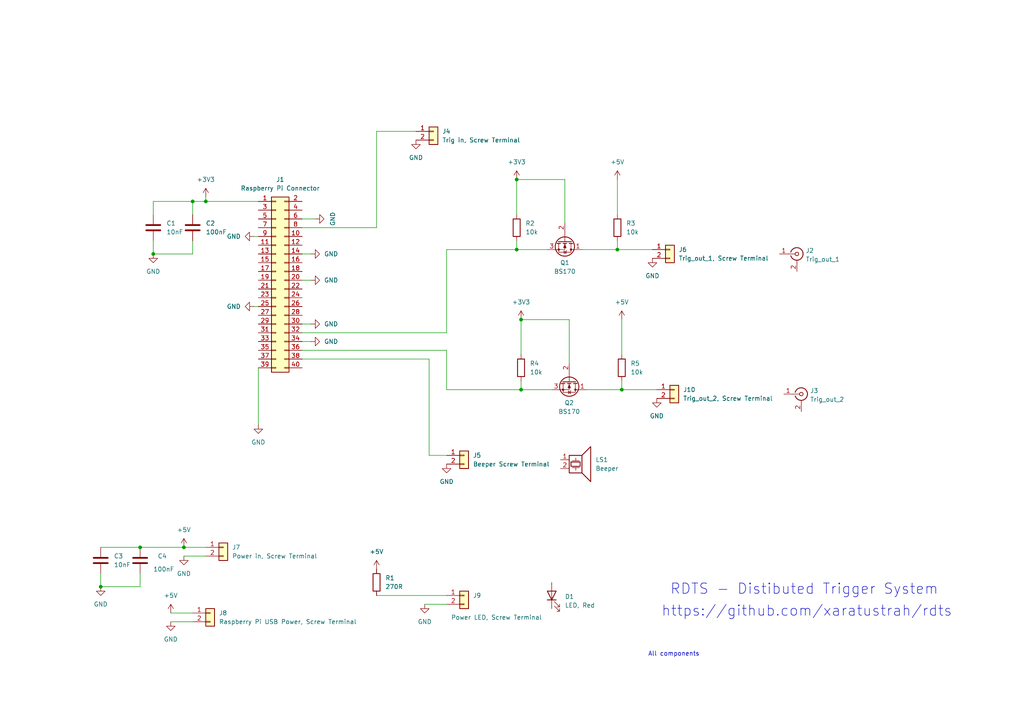
<source format=kicad_sch>
(kicad_sch (version 20230121) (generator eeschema)
  (paper "A4")
  (lib_symbols
    (symbol "Connector:Conn_Coaxial" (pin_names (offset 1.016) hide)
      (property "Reference" "J" (at 0.254 3.048 0))
      (property "Value" "Conn_Coaxial" (at 2.921 0 90))
      (symbol "Conn_Coaxial_0_1"
        (arc (start -1.778 -0.508) (mid 0.2311 -1.8066) (end 1.778 0) (stroke (width 0.254)))
        (polyline (pts (xy -2.54 0) (xy -0.508 0)))
        (polyline (pts (xy 0 -2.54) (xy 0 -1.778)))
        (circle (center 0 0) (radius 0.508) (stroke (width 0.2032)))
        (arc (start 1.778 0) (mid 0.2099 1.8101) (end -1.778 0.508) (stroke (width 0.254)))
      )
      (symbol "Conn_Coaxial_1_1"
        (pin passive line (at -5.08 0 0) (length 2.54) (name "In") (number "1"))
        (pin passive line (at 0 -5.08 90) (length 2.54) (name "Ext") (number "2"))
      )
    )
    (symbol "Connector_Generic:Conn_01x02" (pin_names (offset 1.016) hide)
      (property "Reference" "J" (at 0 2.54 0))
      (property "Value" "Conn_01x02" (at 0 -5.08 0))
      (symbol "Conn_01x02_1_1"
        (rectangle (start -1.27 -2.413) (end 0 -2.667) (stroke (width 0.1524)))
        (rectangle (start -1.27 0.127) (end 0 -0.127) (stroke (width 0.1524)))
        (rectangle (start -1.27 1.27) (end 1.27 -3.81) (stroke (width 0.254)) (fill (type background)))
        (pin passive line (at -5.08 0 0) (length 3.81) (name "Pin_1") (number "1"))
        (pin passive line (at -5.08 -2.54 0) (length 3.81) (name "Pin_2") (number "2"))
      )
    )
    (symbol "Connector_Generic:Conn_02x20_Odd_Even" (pin_names (offset 1.016) hide)
      (property "Reference" "J" (at 1.27 25.4 0))
      (property "Value" "Conn_02x20_Odd_Even" (at 1.27 -27.94 0))
      (symbol "Conn_02x20_Odd_Even_1_1"
        (rectangle (start -1.27 -25.273) (end 0 -25.527) (stroke (width 0.1524)))
        (rectangle (start -1.27 -22.733) (end 0 -22.987) (stroke (width 0.1524)))
        (rectangle (start -1.27 -20.193) (end 0 -20.447) (stroke (width 0.1524)))
        (rectangle (start -1.27 -17.653) (end 0 -17.907) (stroke (width 0.1524)))
        (rectangle (start -1.27 -15.113) (end 0 -15.367) (stroke (width 0.1524)))
        (rectangle (start -1.27 -12.573) (end 0 -12.827) (stroke (width 0.1524)))
        (rectangle (start -1.27 -10.033) (end 0 -10.287) (stroke (width 0.1524)))
        (rectangle (start -1.27 -7.493) (end 0 -7.747) (stroke (width 0.1524)))
        (rectangle (start -1.27 -4.953) (end 0 -5.207) (stroke (width 0.1524)))
        (rectangle (start -1.27 -2.413) (end 0 -2.667) (stroke (width 0.1524)))
        (rectangle (start -1.27 0.127) (end 0 -0.127) (stroke (width 0.1524)))
        (rectangle (start -1.27 2.667) (end 0 2.413) (stroke (width 0.1524)))
        (rectangle (start -1.27 5.207) (end 0 4.953) (stroke (width 0.1524)))
        (rectangle (start -1.27 7.747) (end 0 7.493) (stroke (width 0.1524)))
        (rectangle (start -1.27 10.287) (end 0 10.033) (stroke (width 0.1524)))
        (rectangle (start -1.27 12.827) (end 0 12.573) (stroke (width 0.1524)))
        (rectangle (start -1.27 15.367) (end 0 15.113) (stroke (width 0.1524)))
        (rectangle (start -1.27 17.907) (end 0 17.653) (stroke (width 0.1524)))
        (rectangle (start -1.27 20.447) (end 0 20.193) (stroke (width 0.1524)))
        (rectangle (start -1.27 22.987) (end 0 22.733) (stroke (width 0.1524)))
        (rectangle (start -1.27 24.13) (end 3.81 -26.67) (stroke (width 0.254)) (fill (type background)))
        (rectangle (start 3.81 -25.273) (end 2.54 -25.527) (stroke (width 0.1524)))
        (rectangle (start 3.81 -22.733) (end 2.54 -22.987) (stroke (width 0.1524)))
        (rectangle (start 3.81 -20.193) (end 2.54 -20.447) (stroke (width 0.1524)))
        (rectangle (start 3.81 -17.653) (end 2.54 -17.907) (stroke (width 0.1524)))
        (rectangle (start 3.81 -15.113) (end 2.54 -15.367) (stroke (width 0.1524)))
        (rectangle (start 3.81 -12.573) (end 2.54 -12.827) (stroke (width 0.1524)))
        (rectangle (start 3.81 -10.033) (end 2.54 -10.287) (stroke (width 0.1524)))
        (rectangle (start 3.81 -7.493) (end 2.54 -7.747) (stroke (width 0.1524)))
        (rectangle (start 3.81 -4.953) (end 2.54 -5.207) (stroke (width 0.1524)))
        (rectangle (start 3.81 -2.413) (end 2.54 -2.667) (stroke (width 0.1524)))
        (rectangle (start 3.81 0.127) (end 2.54 -0.127) (stroke (width 0.1524)))
        (rectangle (start 3.81 2.667) (end 2.54 2.413) (stroke (width 0.1524)))
        (rectangle (start 3.81 5.207) (end 2.54 4.953) (stroke (width 0.1524)))
        (rectangle (start 3.81 7.747) (end 2.54 7.493) (stroke (width 0.1524)))
        (rectangle (start 3.81 10.287) (end 2.54 10.033) (stroke (width 0.1524)))
        (rectangle (start 3.81 12.827) (end 2.54 12.573) (stroke (width 0.1524)))
        (rectangle (start 3.81 15.367) (end 2.54 15.113) (stroke (width 0.1524)))
        (rectangle (start 3.81 17.907) (end 2.54 17.653) (stroke (width 0.1524)))
        (rectangle (start 3.81 20.447) (end 2.54 20.193) (stroke (width 0.1524)))
        (rectangle (start 3.81 22.987) (end 2.54 22.733) (stroke (width 0.1524)))
        (pin passive line (at -5.08 22.86 0) (length 3.81) (name "Pin_1") (number "1"))
        (pin passive line (at 7.62 12.7 180) (length 3.81) (name "Pin_10") (number "10"))
        (pin passive line (at -5.08 10.16 0) (length 3.81) (name "Pin_11") (number "11"))
        (pin passive line (at 7.62 10.16 180) (length 3.81) (name "Pin_12") (number "12"))
        (pin passive line (at -5.08 7.62 0) (length 3.81) (name "Pin_13") (number "13"))
        (pin passive line (at 7.62 7.62 180) (length 3.81) (name "Pin_14") (number "14"))
        (pin passive line (at -5.08 5.08 0) (length 3.81) (name "Pin_15") (number "15"))
        (pin passive line (at 7.62 5.08 180) (length 3.81) (name "Pin_16") (number "16"))
        (pin passive line (at -5.08 2.54 0) (length 3.81) (name "Pin_17") (number "17"))
        (pin passive line (at 7.62 2.54 180) (length 3.81) (name "Pin_18") (number "18"))
        (pin passive line (at -5.08 0 0) (length 3.81) (name "Pin_19") (number "19"))
        (pin passive line (at 7.62 22.86 180) (length 3.81) (name "Pin_2") (number "2"))
        (pin passive line (at 7.62 0 180) (length 3.81) (name "Pin_20") (number "20"))
        (pin passive line (at -5.08 -2.54 0) (length 3.81) (name "Pin_21") (number "21"))
        (pin passive line (at 7.62 -2.54 180) (length 3.81) (name "Pin_22") (number "22"))
        (pin passive line (at -5.08 -5.08 0) (length 3.81) (name "Pin_23") (number "23"))
        (pin passive line (at 7.62 -5.08 180) (length 3.81) (name "Pin_24") (number "24"))
        (pin passive line (at -5.08 -7.62 0) (length 3.81) (name "Pin_25") (number "25"))
        (pin passive line (at 7.62 -7.62 180) (length 3.81) (name "Pin_26") (number "26"))
        (pin passive line (at -5.08 -10.16 0) (length 3.81) (name "Pin_27") (number "27"))
        (pin passive line (at 7.62 -10.16 180) (length 3.81) (name "Pin_28") (number "28"))
        (pin passive line (at -5.08 -12.7 0) (length 3.81) (name "Pin_29") (number "29"))
        (pin passive line (at -5.08 20.32 0) (length 3.81) (name "Pin_3") (number "3"))
        (pin passive line (at 7.62 -12.7 180) (length 3.81) (name "Pin_30") (number "30"))
        (pin passive line (at -5.08 -15.24 0) (length 3.81) (name "Pin_31") (number "31"))
        (pin passive line (at 7.62 -15.24 180) (length 3.81) (name "Pin_32") (number "32"))
        (pin passive line (at -5.08 -17.78 0) (length 3.81) (name "Pin_33") (number "33"))
        (pin passive line (at 7.62 -17.78 180) (length 3.81) (name "Pin_34") (number "34"))
        (pin passive line (at -5.08 -20.32 0) (length 3.81) (name "Pin_35") (number "35"))
        (pin passive line (at 7.62 -20.32 180) (length 3.81) (name "Pin_36") (number "36"))
        (pin passive line (at -5.08 -22.86 0) (length 3.81) (name "Pin_37") (number "37"))
        (pin passive line (at 7.62 -22.86 180) (length 3.81) (name "Pin_38") (number "38"))
        (pin passive line (at -5.08 -25.4 0) (length 3.81) (name "Pin_39") (number "39"))
        (pin passive line (at 7.62 20.32 180) (length 3.81) (name "Pin_4") (number "4"))
        (pin passive line (at 7.62 -25.4 180) (length 3.81) (name "Pin_40") (number "40"))
        (pin passive line (at -5.08 17.78 0) (length 3.81) (name "Pin_5") (number "5"))
        (pin passive line (at 7.62 17.78 180) (length 3.81) (name "Pin_6") (number "6"))
        (pin passive line (at -5.08 15.24 0) (length 3.81) (name "Pin_7") (number "7"))
        (pin passive line (at 7.62 15.24 180) (length 3.81) (name "Pin_8") (number "8"))
        (pin passive line (at -5.08 12.7 0) (length 3.81) (name "Pin_9") (number "9"))
      )
    )
    (symbol "Device:C" (pin_numbers hide) (pin_names (offset 0.254))
      (property "Reference" "C" (at 0.635 2.54 0))
      (property "Value" "C" (at 0.635 -2.54 0))
      (symbol "C_0_1"
        (polyline (pts (xy -2.032 -0.762) (xy 2.032 -0.762)) (stroke (width 0.508)))
        (polyline (pts (xy -2.032 0.762) (xy 2.032 0.762)) (stroke (width 0.508)))
      )
      (symbol "C_1_1"
        (pin passive line (at 0 3.81 270) (length 2.794) (name "~") (number "1"))
        (pin passive line (at 0 -3.81 90) (length 2.794) (name "~") (number "2"))
      )
    )
    (symbol "Device:LED" (pin_numbers hide) (pin_names (offset 1.016) hide)
      (property "Reference" "D" (at 0 2.54 0))
      (property "Value" "LED" (at 0 -2.54 0))
      (symbol "LED_0_1"
        (polyline (pts (xy -1.27 -1.27) (xy -1.27 1.27)) (stroke (width 0.254)))
        (polyline (pts (xy -1.27 0) (xy 1.27 0)))
        (polyline (pts (xy 1.27 -1.27) (xy 1.27 1.27) (xy -1.27 0) (xy 1.27 -1.27)) (stroke (width 0.254)))
        (polyline (pts (xy -3.048 -0.762) (xy -4.572 -2.286) (xy -3.81 -2.286) (xy -4.572 -2.286) (xy -4.572 -1.524)))
        (polyline (pts (xy -1.778 -0.762) (xy -3.302 -2.286) (xy -2.54 -2.286) (xy -3.302 -2.286) (xy -3.302 -1.524)))
      )
      (symbol "LED_1_1"
        (pin passive line (at -3.81 0 0) (length 2.54) (name "K") (number "1"))
        (pin passive line (at 3.81 0 180) (length 2.54) (name "A") (number "2"))
      )
    )
    (symbol "Device:R" (pin_numbers hide) (pin_names (offset 0))
      (property "Reference" "R" (at 2.032 0 90))
      (property "Value" "R" (at 0 0 90))
      (symbol "R_0_1"
        (rectangle (start -1.016 -2.54) (end 1.016 2.54) (stroke (width 0.254)))
      )
      (symbol "R_1_1"
        (pin passive line (at 0 3.81 270) (length 1.27) (name "~") (number "1"))
        (pin passive line (at 0 -3.81 90) (length 1.27) (name "~") (number "2"))
      )
    )
    (symbol "Device:Speaker_Crystal" (pin_names (offset 0) hide)
      (property "Reference" "LS" (at 0.635 5.715 0))
      (property "Value" "Speaker_Crystal" (at 0.635 3.81 0))
      (symbol "Speaker_Crystal_0_0"
        (rectangle (start -2.54 1.27) (end 1.143 -3.81) (stroke (width 0.254)))
        (rectangle (start -2.032 -0.635) (end 0.635 -1.905) (stroke (width 0.254)))
        (polyline (pts (xy -1.651 -2.286) (xy 0.381 -2.286)))
        (polyline (pts (xy -1.651 -0.254) (xy 0.381 -0.254)))
        (polyline (pts (xy -0.635 -2.286) (xy -0.635 -3.048)))
        (polyline (pts (xy -0.635 -0.254) (xy -0.635 0.508)))
        (polyline (pts (xy 1.143 1.27) (xy 3.683 3.81) (xy 3.683 -6.35) (xy 1.143 -3.81)) (stroke (width 0.254)))
      )
      (symbol "Speaker_Crystal_1_1"
        (pin input line (at -5.08 0 0) (length 2.54) (name "1") (number "1"))
        (pin input line (at -5.08 -2.54 0) (length 2.54) (name "2") (number "2"))
      )
    )
    (symbol "Transistor_FET:BS170" (pin_names hide)
      (property "Reference" "Q" (at 5.08 1.905 0))
      (property "Value" "BS170" (at 5.08 0 0))
      (symbol "BS170_0_1"
        (polyline (pts (xy 0.254 0) (xy -2.54 0)))
        (polyline (pts (xy 0.254 1.905) (xy 0.254 -1.905)) (stroke (width 0.254)))
        (polyline (pts (xy 0.762 -1.27) (xy 0.762 -2.286)) (stroke (width 0.254)))
        (polyline (pts (xy 0.762 0.508) (xy 0.762 -0.508)) (stroke (width 0.254)))
        (polyline (pts (xy 0.762 2.286) (xy 0.762 1.27)) (stroke (width 0.254)))
        (polyline (pts (xy 2.54 2.54) (xy 2.54 1.778)))
        (polyline (pts (xy 2.54 -2.54) (xy 2.54 0) (xy 0.762 0)))
        (polyline (pts (xy 0.762 -1.778) (xy 3.302 -1.778) (xy 3.302 1.778) (xy 0.762 1.778)))
        (polyline (pts (xy 1.016 0) (xy 2.032 0.381) (xy 2.032 -0.381) (xy 1.016 0)) (fill (type outline)))
        (polyline (pts (xy 2.794 0.508) (xy 2.921 0.381) (xy 3.683 0.381) (xy 3.81 0.254)))
        (polyline (pts (xy 3.302 0.381) (xy 2.921 -0.254) (xy 3.683 -0.254) (xy 3.302 0.381)))
        (circle (center 1.651 0) (radius 2.794) (stroke (width 0.254)))
        (circle (center 2.54 -1.778) (radius 0.254) (fill (type outline)))
        (circle (center 2.54 1.778) (radius 0.254) (fill (type outline)))
      )
      (symbol "BS170_1_1"
        (pin passive line (at 2.54 5.08 270) (length 2.54) (name "D") (number "1"))
        (pin input line (at -5.08 0 0) (length 2.54) (name "G") (number "2"))
        (pin passive line (at 2.54 -5.08 90) (length 2.54) (name "S") (number "3"))
      )
    )
    (symbol "power:+3V3" (power) (pin_names (offset 0))
      (property "Value" "+3V3" (at 0 3.556 0))
      (symbol "+3V3_0_1"
        (polyline (pts (xy -0.762 1.27) (xy 0 2.54)))
        (polyline (pts (xy 0 0) (xy 0 2.54)))
        (polyline (pts (xy 0 2.54) (xy 0.762 1.27)))
      )
      (symbol "+3V3_1_1"
        (pin power_in line (at 0 0 90) (length 0) hide (name "+3V3") (number "1"))
      )
    )
    (symbol "power:+5V" (power) (pin_names (offset 0))
      (property "Value" "+5V" (at 0 3.556 0))
      (symbol "+5V_0_1"
        (polyline (pts (xy -0.762 1.27) (xy 0 2.54)))
        (polyline (pts (xy 0 0) (xy 0 2.54)))
        (polyline (pts (xy 0 2.54) (xy 0.762 1.27)))
      )
      (symbol "+5V_1_1"
        (pin power_in line (at 0 0 90) (length 0) hide (name "+5V") (number "1"))
      )
    )
    (symbol "power:GND" (power) (pin_names (offset 0))
      (property "Value" "GND" (at 0 -3.81 0))
      (symbol "GND_0_1"
        (polyline (pts (xy 0 0) (xy 0 -1.27) (xy 1.27 -1.27) (xy 0 -2.54) (xy -1.27 -1.27) (xy 0 -1.27)))
      )
      (symbol "GND_1_1"
        (pin power_in line (at 0 0 270) (length 0) hide (name "GND") (number "1"))
      )
    )
  )
  (junction (at 59.69 58.42))
  (junction (at 40.64 158.75))
  (junction (at 179.07 72.39))
  (junction (at 151.13 92.71))
  (junction (at 180.34 113.03))
  (junction (at 149.86 72.39))
  (junction (at 44.45 73.66))
  (junction (at 151.13 113.03))
  (junction (at 55.88 58.42))
  (junction (at 29.21 170.18))
  (junction (at 53.34 158.75))
  (junction (at 149.86 52.07))
  (wire (pts (xy 124.46 132.08) (xy 129.54 132.08)))
  (wire (pts (xy 90.17 73.66) (xy 87.63 73.66)))
  (wire (pts (xy 53.34 158.75) (xy 59.69 158.75)))
  (wire (pts (xy 59.69 58.42) (xy 55.88 58.42)))
  (wire (pts (xy 149.86 52.07) (xy 163.83 52.07)))
  (wire (pts (xy 160.02 113.03) (xy 151.13 113.03)))
  (wire (pts (xy 129.54 72.39) (xy 149.86 72.39)))
  (wire (pts (xy 163.83 52.07) (xy 163.83 64.77)))
  (wire (pts (xy 120.65 38.1) (xy 109.22 38.1)))
  (wire (pts (xy 44.45 73.66) (xy 44.45 69.85)))
  (wire (pts (xy 109.22 38.1) (xy 109.22 66.04)))
  (wire (pts (xy 40.64 166.37) (xy 40.64 170.18)))
  (wire (pts (xy 149.86 72.39) (xy 149.86 69.85)))
  (wire (pts (xy 73.66 88.9) (xy 74.93 88.9)))
  (wire (pts (xy 74.93 123.19) (xy 74.93 106.68)))
  (wire (pts (xy 180.34 113.03) (xy 180.34 110.49)))
  (wire (pts (xy 123.19 175.26) (xy 129.54 175.26)))
  (wire (pts (xy 180.34 113.03) (xy 190.5 113.03)))
  (wire (pts (xy 90.17 81.28) (xy 87.63 81.28)))
  (wire (pts (xy 180.34 92.71) (xy 180.34 102.87)))
  (wire (pts (xy 149.86 62.23) (xy 149.86 52.07)))
  (wire (pts (xy 73.66 68.58) (xy 74.93 68.58)))
  (wire (pts (xy 129.54 113.03) (xy 151.13 113.03)))
  (wire (pts (xy 49.53 177.8) (xy 55.88 177.8)))
  (wire (pts (xy 49.53 180.34) (xy 55.88 180.34)))
  (wire (pts (xy 129.54 96.52) (xy 129.54 72.39)))
  (wire (pts (xy 90.17 99.06) (xy 87.63 99.06)))
  (wire (pts (xy 179.07 72.39) (xy 189.23 72.39)))
  (wire (pts (xy 179.07 52.07) (xy 179.07 62.23)))
  (wire (pts (xy 74.93 58.42) (xy 59.69 58.42)))
  (wire (pts (xy 87.63 101.6) (xy 129.54 101.6)))
  (wire (pts (xy 55.88 69.85) (xy 55.88 73.66)))
  (wire (pts (xy 151.13 92.71) (xy 165.1 92.71)))
  (wire (pts (xy 55.88 58.42) (xy 44.45 58.42)))
  (wire (pts (xy 91.44 63.5) (xy 87.63 63.5)))
  (wire (pts (xy 129.54 101.6) (xy 129.54 113.03)))
  (wire (pts (xy 55.88 58.42) (xy 55.88 62.23)))
  (wire (pts (xy 165.1 92.71) (xy 165.1 105.41)))
  (wire (pts (xy 109.22 66.04) (xy 87.63 66.04)))
  (wire (pts (xy 170.18 113.03) (xy 180.34 113.03)))
  (wire (pts (xy 158.75 72.39) (xy 149.86 72.39)))
  (wire (pts (xy 29.21 158.75) (xy 40.64 158.75)))
  (wire (pts (xy 53.34 161.29) (xy 59.69 161.29)))
  (wire (pts (xy 40.64 158.75) (xy 53.34 158.75)))
  (wire (pts (xy 44.45 58.42) (xy 44.45 62.23)))
  (wire (pts (xy 124.46 104.14) (xy 124.46 132.08)))
  (wire (pts (xy 109.22 172.72) (xy 129.54 172.72)))
  (wire (pts (xy 90.17 93.98) (xy 87.63 93.98)))
  (wire (pts (xy 151.13 102.87) (xy 151.13 92.71)))
  (wire (pts (xy 59.69 58.42) (xy 59.69 57.15)))
  (wire (pts (xy 40.64 170.18) (xy 29.21 170.18)))
  (wire (pts (xy 87.63 104.14) (xy 124.46 104.14)))
  (wire (pts (xy 151.13 113.03) (xy 151.13 110.49)))
  (wire (pts (xy 87.63 96.52) (xy 129.54 96.52)))
  (wire (pts (xy 55.88 73.66) (xy 44.45 73.66)))
  (wire (pts (xy 168.91 72.39) (xy 179.07 72.39)))
  (wire (pts (xy 29.21 170.18) (xy 29.21 166.37)))
  (wire (pts (xy 179.07 72.39) (xy 179.07 69.85)))
  (text "https://github.com/xaratustrah/rdts" (at 191.77 179.07 0) (effects (font (size 3 3)) (justify left bottom)))
  (text "All components" (at 187.96 190.5 0) (effects (font (size 1.27 1.27)) (justify left bottom)))
  (text "RDTS - Distibuted Trigger System" (at 194.31 172.72 0) (effects (font (size 3 3)) (justify left bottom)))
  (symbol (lib_id "Device:R") (at 151.13 106.68 0) (unit 1)
    (property "Reference" "R4" (at 153.67 105.41 0) (effects (justify left)))
    (property "Value" "10k" (at 153.67 107.95 0) (effects (justify left)))
  )
  (symbol (lib_id "power:GND") (at 90.17 81.28 90) (unit 1)
    (property "Reference" "#PWR024" (effects hide))
    (property "Value" "GND" (at 93.98 81.28 90) (effects (justify right)))
  )
  (symbol (lib_id "power:GND") (at 29.21 170.18 0) (unit 1)
    (property "Reference" "#PWR016" (effects hide))
    (property "Value" "GND" (at 29.21 175.26 0))
  )
  (symbol (lib_id "power:GND") (at 91.44 63.5 90) (unit 1)
    (property "Reference" "#PWR01" (effects hide))
    (property "Value" "GND" (at 96.52 63.5 0))
  )
  (symbol (lib_id "power:GND") (at 90.17 99.06 90) (unit 1)
    (property "Reference" "#PWR026" (effects hide))
    (property "Value" "GND" (at 93.98 99.06 90) (effects (justify right)))
  )
  (symbol (lib_id "Device:R") (at 180.34 106.68 0) (unit 1)
    (property "Reference" "R5" (at 182.88 105.41 0) (effects (justify left)))
    (property "Value" "10k" (at 182.88 107.95 0) (effects (justify left)))
  )
  (symbol (lib_id "power:+5V") (at 180.34 92.71 0) (unit 1)
    (property "Reference" "#PWR012" (effects hide))
    (property "Value" "+5V" (at 180.34 87.63 0))
  )
  (symbol (lib_id "Device:R") (at 179.07 66.04 0) (unit 1)
    (property "Reference" "R3" (at 181.61 64.77 0) (effects (justify left)))
    (property "Value" "10k" (at 181.61 67.31 0) (effects (justify left)))
  )
  (symbol (lib_id "power:GND") (at 123.19 175.26 0) (unit 1)
    (property "Reference" "#PWR06" (effects hide))
    (property "Value" "GND" (at 123.19 180.34 0))
  )
  (symbol (lib_id "power:+5V") (at 109.22 165.1 0) (unit 1)
    (property "Reference" "#PWR07" (effects hide))
    (property "Value" "+5V" (at 109.22 160.02 0))
  )
  (symbol (lib_id "Device:C") (at 44.45 66.04 0) (unit 1)
    (property "Reference" "C1" (at 48.26 64.77 0) (effects (justify left)))
    (property "Value" "10nF" (at 48.26 67.31 0) (effects (justify left)))
  )
  (symbol (lib_id "power:GND") (at 129.54 134.62 0) (unit 1)
    (property "Reference" "#PWR013" (effects hide))
    (property "Value" "GND" (at 129.54 139.7 0))
  )
  (symbol (lib_id "Connector:Conn_Coaxial") (at 232.41 114.3 0) (unit 1)
    (property "Reference" "J3" (at 234.95 113.3232 0) (effects (justify left)))
    (property "Value" "Trig_out_2" (at 234.95 115.8632 0) (effects (justify left)))
    (property "Datasheet" " ~" (effects hide))
  )
  (symbol (lib_id "Connector_Generic:Conn_01x02") (at 134.62 132.08 0) (unit 1)
    (property "Reference" "J5" (at 137.16 132.08 0) (effects (justify left)))
    (property "Value" "Beeper Screw Terminal" (at 137.16 134.62 0) (effects (justify left)))
  )
  (symbol (lib_id "power:GND") (at 90.17 93.98 90) (unit 1)
    (property "Reference" "#PWR025" (effects hide))
    (property "Value" "GND" (at 93.98 93.98 90) (effects (justify right)))
  )
  (symbol (lib_id "power:+5V") (at 49.53 177.8 0) (unit 1)
    (property "Reference" "#PWR09" (effects hide))
    (property "Value" "+5V" (at 49.53 172.72 0))
  )
  (symbol (lib_id "power:GND") (at 189.23 74.93 0) (unit 1)
    (property "Reference" "#PWR017" (effects hide))
    (property "Value" "GND" (at 189.23 80.01 0))
  )
  (symbol (lib_id "Transistor_FET:BS170") (at 163.83 69.85 270) (unit 1)
    (property "Reference" "Q1" (at 163.83 76.2 90))
    (property "Value" "BS170" (at 163.83 78.74 90))
    (property "Footprint" "Package_TO_SOT_THT:TO-92_Inline" (effects hide))
    (property "Datasheet" "https://www.onsemi.com/pub/Collateral/BS170-D.PDF" (effects hide))
  )
  (symbol (lib_id "Connector_Generic:Conn_01x02") (at 60.96 177.8 0) (unit 1)
    (property "Reference" "J8" (at 63.5 177.8 0) (effects (justify left)))
    (property "Value" "Raspberry Pi USB Power, Screw Terminal" (at 63.5 180.34 0) (effects (justify left)))
  )
  (symbol (lib_id "Device:C") (at 55.88 66.04 0) (unit 1)
    (property "Reference" "C2" (at 59.69 64.77 0) (effects (justify left)))
    (property "Value" "100nF" (at 59.69 67.31 0) (effects (justify left)))
  )
  (symbol (lib_id "Connector_Generic:Conn_01x02") (at 195.58 113.03 0) (unit 1)
    (property "Reference" "J10" (at 198.12 113.03 0) (effects (justify left)))
    (property "Value" "Trig_out_2, Screw Terminal" (at 198.12 115.57 0) (effects (justify left)))
  )
  (symbol (lib_id "power:+3V3") (at 149.86 52.07 0) (unit 1)
    (property "Reference" "#PWR03" (effects hide))
    (property "Value" "+3V3" (at 149.86 46.99 0))
  )
  (symbol (lib_id "Connector_Generic:Conn_02x20_Odd_Even") (at 80.01 81.28 0) (unit 1)
    (property "Reference" "J1" (at 81.28 52.07 0))
    (property "Value" "Raspberry Pi Connector" (at 81.28 54.61 0))
  )
  (symbol (lib_id "Device:LED") (at 160.02 172.72 90) (unit 1)
    (property "Reference" "D1" (at 163.83 173.0375 90) (effects (justify right)))
    (property "Value" "LED, Red" (at 163.83 175.5775 90) (effects (justify right)))
  )
  (symbol (lib_id "Device:C") (at 40.64 162.56 0) (unit 1)
    (property "Reference" "C4" (at 45.72 161.29 0) (effects (justify left)))
    (property "Value" "100nF" (at 44.45 165.1 0) (effects (justify left)))
  )
  (symbol (lib_id "power:+3V3") (at 59.69 57.15 0) (unit 1)
    (property "Reference" "#PWR02" (effects hide))
    (property "Value" "+3V3" (at 59.69 52.07 0))
  )
  (symbol (lib_id "power:+5V") (at 53.34 158.75 0) (unit 1)
    (property "Reference" "#PWR08" (effects hide))
    (property "Value" "+5V" (at 53.34 153.67 0))
  )
  (symbol (lib_id "Connector_Generic:Conn_01x02") (at 194.31 72.39 0) (unit 1)
    (property "Reference" "J6" (at 196.85 72.39 0) (effects (justify left)))
    (property "Value" "Trig_out_1, Screw Terminal" (at 196.85 74.93 0) (effects (justify left)))
  )
  (symbol (lib_id "power:+5V") (at 179.07 52.07 0) (unit 1)
    (property "Reference" "#PWR010" (effects hide))
    (property "Value" "+5V" (at 179.07 46.99 0))
  )
  (symbol (lib_id "power:GND") (at 190.5 115.57 0) (unit 1)
    (property "Reference" "#PWR018" (effects hide))
    (property "Value" "GND" (at 190.5 120.65 0))
  )
  (symbol (lib_id "power:GND") (at 44.45 73.66 0) (unit 1)
    (property "Reference" "#PWR015" (effects hide))
    (property "Value" "GND" (at 44.45 78.74 0))
  )
  (symbol (lib_id "power:GND") (at 74.93 123.19 0) (unit 1)
    (property "Reference" "#PWR029" (effects hide))
    (property "Value" "GND" (at 74.93 128.27 0))
  )
  (symbol (lib_id "Device:Speaker_Crystal") (at 167.64 133.35 0) (unit 1)
    (property "Reference" "LS1" (at 172.72 133.35 0) (effects (justify left)))
    (property "Value" "Beeper" (at 172.72 135.89 0) (effects (justify left)))
  )
  (symbol (lib_id "Device:C") (at 29.21 162.56 0) (unit 1)
    (property "Reference" "C3" (at 33.02 161.29 0) (effects (justify left)))
    (property "Value" "10nF" (at 33.02 163.83 0) (effects (justify left)))
  )
  (symbol (lib_id "Connector_Generic:Conn_01x02") (at 134.62 172.72 0) (unit 1)
    (property "Reference" "J9" (at 137.16 172.72 0) (effects (justify left)))
    (property "Value" "Power LED, Screw Terminal" (at 130.81 179.07 0) (effects (justify left)))
  )
  (symbol (lib_id "power:GND") (at 73.66 88.9 270) (unit 1)
    (property "Reference" "#PWR028" (effects hide))
    (property "Value" "GND" (at 69.85 88.9 90) (effects (justify right)))
  )
  (symbol (lib_id "Transistor_FET:BS170") (at 165.1 110.49 270) (unit 1)
    (property "Reference" "Q2" (at 165.1 116.84 90))
    (property "Value" "BS170" (at 165.1 119.38 90))
    (property "Footprint" "Package_TO_SOT_THT:TO-92_Inline" (effects hide))
    (property "Datasheet" "https://www.onsemi.com/pub/Collateral/BS170-D.PDF" (effects hide))
  )
  (symbol (lib_id "Connector_Generic:Conn_01x02") (at 64.77 158.75 0) (unit 1)
    (property "Reference" "J7" (at 67.31 158.75 0) (effects (justify left)))
    (property "Value" "Power in, Screw Terminal" (at 67.31 161.29 0) (effects (justify left)))
  )
  (symbol (lib_id "Device:R") (at 109.22 168.91 0) (unit 1)
    (property "Reference" "R1" (at 111.76 167.64 0) (effects (justify left)))
    (property "Value" "270R" (at 111.76 170.18 0) (effects (justify left)))
  )
  (symbol (lib_id "power:GND") (at 120.65 40.64 0) (unit 1)
    (property "Reference" "#PWR014" (effects hide))
    (property "Value" "GND" (at 120.65 45.72 0))
  )
  (symbol (lib_id "Device:R") (at 149.86 66.04 0) (unit 1)
    (property "Reference" "R2" (at 152.4 64.77 0) (effects (justify left)))
    (property "Value" "10k" (at 152.4 67.31 0) (effects (justify left)))
  )
  (symbol (lib_id "power:+3V3") (at 151.13 92.71 0) (unit 1)
    (property "Reference" "#PWR011" (effects hide))
    (property "Value" "+3V3" (at 151.13 87.63 0))
  )
  (symbol (lib_id "power:GND") (at 73.66 68.58 270) (unit 1)
    (property "Reference" "#PWR027" (effects hide))
    (property "Value" "GND" (at 69.85 68.58 90) (effects (justify right)))
  )
  (symbol (lib_id "power:GND") (at 90.17 73.66 90) (unit 1)
    (property "Reference" "#PWR023" (effects hide))
    (property "Value" "GND" (at 93.98 73.66 90) (effects (justify right)))
  )
  (symbol (lib_id "power:GND") (at 53.34 161.29 0) (unit 1)
    (property "Reference" "#PWR04" (effects hide))
    (property "Value" "GND" (at 53.34 166.37 0))
  )
  (symbol (lib_id "Connector:Conn_Coaxial") (at 231.14 73.66 0) (unit 1)
    (property "Reference" "J2" (at 233.68 72.6832 0) (effects (justify left)))
    (property "Value" "Trig_out_1" (at 233.68 75.2232 0) (effects (justify left)))
    (property "Datasheet" " ~" (effects hide))
  )
  (symbol (lib_id "power:GND") (at 49.53 180.34 0) (unit 1)
    (property "Reference" "#PWR05" (effects hide))
    (property "Value" "GND" (at 49.53 185.42 0))
  )
  (symbol (lib_id "Connector_Generic:Conn_01x02") (at 125.73 38.1 0) (unit 1)
    (property "Reference" "J4" (at 128.27 38.1 0) (effects (justify left)))
    (property "Value" "Trig in, Screw Terminal" (at 128.27 40.64 0) (effects (justify left)))
  )
)
</source>
